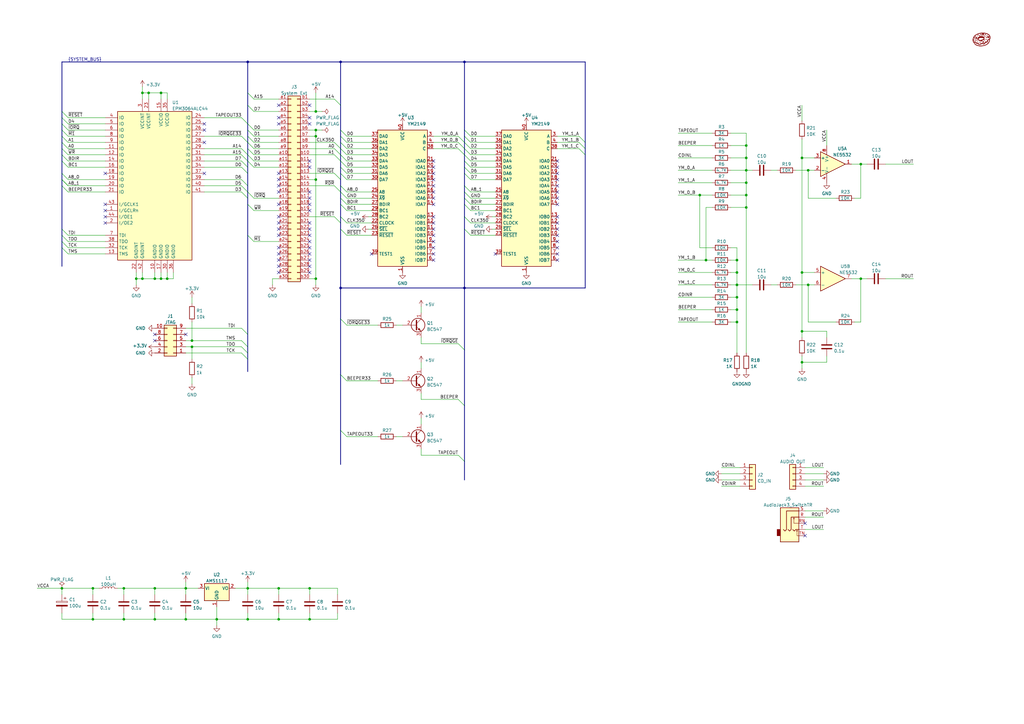
<source format=kicad_sch>
(kicad_sch (version 20211123) (generator eeschema)
  (paper "A3")
  (title_block (title "TurboSound Extension Card EPM3032") (date "2022-10-21") (rev "0.9") (company "ponchick") (comment 1 "Original schematic and firmware by MikhaelK") (comment 2 "https://bitbucket.org/MikhaelK/double_ay_epm3032/src/master/"))
  (bus_alias "SYSTEM_BUS" (members "D[0..7]" "A13" "A15" "~{IORQ}" "~{WR}" "~{M1}" "~{RESET}" "CLK350" "A0" "A1" "~{IORQGE33}" "~{RDR}" "TDI" "TDO" "TCK" "TMS" "BEEPER" "TAPEOUT" "A14" "IOGE_C" "YM_0_A" "YM_0_B" "YM_0_C" "YM_1_A" "YM_1_B" "YM_1_C" "BC1" "BDIR" "A8_0" "A8_1" "BEEPER33" "TAPEOUT33" "~{IORQGE}"))
  (junction (at 129.54 73.66))
  (junction (at 139.7 118.11))
  (junction (at 302.26 116.84))
  (junction (at 331.47 69.85))
  (junction (at 88.9 254))
  (junction (at 306.07 59.69))
  (junction (at 68.58 114.3))
  (junction (at 129.54 114.3))
  (junction (at 302.26 121.92))
  (junction (at 101.6 25.4))
  (junction (at 55.88 114.3))
  (junction (at 287.02 80.01))
  (junction (at 328.93 111.76))
  (junction (at 139.7 25.4))
  (junction (at 63.5 114.3))
  (junction (at 127 254))
  (junction (at 353.06 67.31))
  (junction (at 331.47 116.84))
  (junction (at 38.1 254))
  (junction (at 58.42 114.3))
  (junction (at 114.3 254))
  (junction (at 25.4 241.3))
  (junction (at 50.8 254))
  (junction (at 190.5 118.11))
  (junction (at 76.2 241.3))
  (junction (at 58.42 38.1))
  (junction (at 101.6 241.3))
  (junction (at 289.56 106.68))
  (junction (at 306.07 85.09))
  (junction (at 306.07 80.01))
  (junction (at 302.26 127))
  (junction (at 129.54 53.34))
  (junction (at 78.74 139.7))
  (junction (at 127 241.3))
  (junction (at 328.93 64.77))
  (junction (at 60.96 38.1))
  (junction (at 302.26 111.76))
  (junction (at 190.5 25.4))
  (junction (at 306.07 64.77))
  (junction (at 63.5 254))
  (junction (at 114.3 241.3))
  (junction (at 129.54 45.72))
  (junction (at 78.74 142.24))
  (junction (at 306.07 74.93))
  (junction (at 302.26 132.08))
  (junction (at 328.93 148.59))
  (junction (at 101.6 254))
  (junction (at 76.2 254))
  (junction (at 353.06 114.3))
  (junction (at 328.93 135.89))
  (junction (at 302.26 106.68))
  (junction (at 129.54 55.88))
  (junction (at 306.07 69.85))
  (junction (at 63.5 241.3))
  (junction (at 66.04 38.1))
  (junction (at 38.1 241.3))
  (junction (at 66.04 114.3))
  (junction (at 50.8 241.3))
  (no_connect (at 228.6 78.74))
  (no_connect (at 228.6 73.66))
  (no_connect (at 127 86.36))
  (no_connect (at 63.5 137.16))
  (no_connect (at 228.6 93.98))
  (no_connect (at 228.6 91.44))
  (no_connect (at 228.6 66.04))
  (no_connect (at 114.3 50.8))
  (no_connect (at 83.82 50.8))
  (no_connect (at 177.8 81.28))
  (no_connect (at 127 81.28))
  (no_connect (at 177.8 91.44))
  (no_connect (at 127 43.18))
  (no_connect (at 228.6 68.58))
  (no_connect (at 114.3 43.18))
  (no_connect (at 228.6 104.14))
  (no_connect (at 127 83.82))
  (no_connect (at 114.3 96.52))
  (no_connect (at 177.8 101.6))
  (no_connect (at 43.18 91.44))
  (no_connect (at 43.18 86.36))
  (no_connect (at 43.18 88.9))
  (no_connect (at 228.6 88.9))
  (no_connect (at 83.82 71.12))
  (no_connect (at 83.82 53.34))
  (no_connect (at 83.82 58.42))
  (no_connect (at 177.8 93.98))
  (no_connect (at 177.8 66.04))
  (no_connect (at 127 109.22))
  (no_connect (at 127 93.98))
  (no_connect (at 127 91.44))
  (no_connect (at 127 96.52))
  (no_connect (at 127 99.06))
  (no_connect (at 127 101.6))
  (no_connect (at 127 104.14))
  (no_connect (at 127 106.68))
  (no_connect (at 114.3 109.22))
  (no_connect (at 228.6 81.28))
  (no_connect (at 76.2 137.16))
  (no_connect (at 127 78.74))
  (no_connect (at 114.3 73.66))
  (no_connect (at 114.3 71.12))
  (no_connect (at 114.3 76.2))
  (no_connect (at 114.3 78.74))
  (no_connect (at 114.3 88.9))
  (no_connect (at 177.8 68.58))
  (no_connect (at 114.3 91.44))
  (no_connect (at 114.3 93.98))
  (no_connect (at 114.3 83.82))
  (no_connect (at 228.6 106.68))
  (no_connect (at 177.8 96.52))
  (no_connect (at 177.8 104.14))
  (no_connect (at 114.3 48.26))
  (no_connect (at 152.4 104.14))
  (no_connect (at 203.2 104.14))
  (no_connect (at 127 111.76))
  (no_connect (at 177.8 106.68))
  (no_connect (at 127 50.8))
  (no_connect (at 228.6 101.6))
  (no_connect (at 330.2 214.63))
  (no_connect (at 330.2 219.71))
  (no_connect (at 228.6 96.52))
  (no_connect (at 177.8 99.06))
  (no_connect (at 114.3 106.68))
  (no_connect (at 114.3 101.6))
  (no_connect (at 114.3 104.14))
  (no_connect (at 43.18 71.12))
  (no_connect (at 43.18 83.82))
  (no_connect (at 177.8 71.12))
  (no_connect (at 228.6 76.2))
  (no_connect (at 177.8 88.9))
  (no_connect (at 177.8 76.2))
  (no_connect (at 127 48.26))
  (no_connect (at 177.8 83.82))
  (no_connect (at 63.5 139.7))
  (no_connect (at 127 68.58))
  (no_connect (at 127 66.04))
  (no_connect (at 177.8 73.66))
  (no_connect (at 228.6 71.12))
  (no_connect (at 114.3 111.76))
  (no_connect (at 228.6 83.82))
  (no_connect (at 177.8 78.74))
  (no_connect (at 228.6 99.06))
  (bus_entry (at 193.04 91.44) (size -2.54 -2.54))
  (bus_entry (at 25.4 48.26) (size 2.54 2.54))
  (bus_entry (at 193.04 58.42) (size -2.54 -2.54))
  (bus_entry (at 193.04 83.82) (size -2.54 -2.54))
  (bus_entry (at 101.6 38.1) (size 2.54 2.54))
  (bus_entry (at 101.6 78.74) (size -2.54 -2.54))
  (bus_entry (at 139.7 81.28) (size 2.54 2.54))
  (bus_entry (at 193.04 55.88) (size -2.54 -2.54))
  (bus_entry (at 193.04 96.52) (size -2.54 -2.54))
  (bus_entry (at 139.7 153.67) (size 2.54 2.54))
  (bus_entry (at 25.4 45.72) (size 2.54 2.54))
  (bus_entry (at 137.16 60.96) (size 2.54 2.54))
  (bus_entry (at 25.4 71.12) (size 2.54 2.54))
  (bus_entry (at 142.24 66.04) (size -2.54 -2.54))
  (bus_entry (at 101.6 83.82) (size 2.54 2.54))
  (bus_entry (at 101.6 81.28) (size -2.54 -2.54))
  (bus_entry (at 187.96 186.69) (size 2.54 2.54))
  (bus_entry (at 25.4 73.66) (size 2.54 2.54))
  (bus_entry (at 101.6 142.24) (size -2.54 -2.54))
  (bus_entry (at 25.4 63.5) (size 2.54 2.54))
  (bus_entry (at 137.16 71.12) (size 2.54 2.54))
  (bus_entry (at 187.96 55.88) (size 2.54 2.54))
  (bus_entry (at 25.4 60.96) (size 2.54 2.54))
  (bus_entry (at 101.6 58.42) (size -2.54 -2.54))
  (bus_entry (at 101.6 76.2) (size -2.54 -2.54))
  (bus_entry (at 25.4 99.06) (size 2.54 2.54))
  (bus_entry (at 137.16 63.5) (size 2.54 2.54))
  (bus_entry (at 187.96 140.97) (size 2.54 2.54))
  (bus_entry (at 137.16 58.42) (size 2.54 2.54))
  (bus_entry (at 139.7 130.81) (size 2.54 2.54))
  (bus_entry (at 101.6 66.04) (size -2.54 -2.54))
  (bus_entry (at 25.4 66.04) (size 2.54 2.54))
  (bus_entry (at 101.6 60.96) (size 2.54 2.54))
  (bus_entry (at 101.6 63.5) (size -2.54 -2.54))
  (bus_entry (at 101.6 78.74) (size 2.54 2.54))
  (bus_entry (at 193.04 60.96) (size -2.54 -2.54))
  (bus_entry (at 25.4 55.88) (size 2.54 2.54))
  (bus_entry (at 25.4 73.66) (size 2.54 2.54))
  (bus_entry (at 142.24 58.42) (size -2.54 -2.54))
  (bus_entry (at 139.7 43.18) (size -2.54 -2.54))
  (bus_entry (at 139.7 176.53) (size 2.54 2.54))
  (bus_entry (at 139.7 83.82) (size 2.54 2.54))
  (bus_entry (at 25.4 58.42) (size 2.54 2.54))
  (bus_entry (at 237.49 55.88) (size 2.54 2.54))
  (bus_entry (at 101.6 147.32) (size -2.54 -2.54))
  (bus_entry (at 237.49 58.42) (size 2.54 2.54))
  (bus_entry (at 101.6 68.58) (size -2.54 -2.54))
  (bus_entry (at 142.24 60.96) (size -2.54 -2.54))
  (bus_entry (at 101.6 50.8) (size 2.54 2.54))
  (bus_entry (at 187.96 60.96) (size 2.54 2.54))
  (bus_entry (at 193.04 73.66) (size -2.54 -2.54))
  (bus_entry (at 101.6 144.78) (size -2.54 -2.54))
  (bus_entry (at 193.04 86.36) (size -2.54 -2.54))
  (bus_entry (at 139.7 78.74) (size 2.54 2.54))
  (bus_entry (at 193.04 81.28) (size -2.54 -2.54))
  (bus_entry (at 25.4 76.2) (size 2.54 2.54))
  (bus_entry (at 237.49 60.96) (size 2.54 2.54))
  (bus_entry (at 25.4 50.8) (size 2.54 2.54))
  (bus_entry (at 25.4 96.52) (size 2.54 2.54))
  (bus_entry (at 101.6 71.12) (size -2.54 -2.54))
  (bus_entry (at 101.6 66.04) (size 2.54 2.54))
  (bus_entry (at 101.6 63.5) (size 2.54 2.54))
  (bus_entry (at 101.6 58.42) (size 2.54 2.54))
  (bus_entry (at 142.24 68.58) (size -2.54 -2.54))
  (bus_entry (at 142.24 63.5) (size -2.54 -2.54))
  (bus_entry (at 193.04 63.5) (size -2.54 -2.54))
  (bus_entry (at 101.6 137.16) (size -2.54 -2.54))
  (bus_entry (at 101.6 43.18) (size 2.54 2.54))
  (bus_entry (at 101.6 50.8) (size -2.54 -2.54))
  (bus_entry (at 139.7 76.2) (size 2.54 2.54))
  (bus_entry (at 25.4 93.98) (size 2.54 2.54))
  (bus_entry (at 137.16 76.2) (size 2.54 2.54))
  (bus_entry (at 101.6 96.52) (size 2.54 2.54))
  (bus_entry (at 25.4 101.6) (size 2.54 2.54))
  (bus_entry (at 101.6 53.34) (size 2.54 2.54))
  (bus_entry (at 193.04 78.74) (size -2.54 -2.54))
  (bus_entry (at 193.04 66.04) (size -2.54 -2.54))
  (bus_entry (at 142.24 55.88) (size -2.54 -2.54))
  (bus_entry (at 137.16 88.9) (size 2.54 2.54))
  (bus_entry (at 25.4 53.34) (size 2.54 2.54))
  (bus_entry (at 193.04 71.12) (size -2.54 -2.54))
  (bus_entry (at 142.24 71.12) (size -2.54 -2.54))
  (bus_entry (at 139.7 93.98) (size 2.54 2.54))
  (bus_entry (at 101.6 55.88) (size 2.54 2.54))
  (bus_entry (at 187.96 163.83) (size 2.54 2.54))
  (bus_entry (at 193.04 68.58) (size -2.54 -2.54))
  (bus_entry (at 142.24 73.66) (size -2.54 -2.54))
  (bus_entry (at 187.96 58.42) (size 2.54 2.54))
  (bus_entry (at 139.7 88.9) (size 2.54 2.54))
  (wire (pts (xy 71.12 111.76) (xy 71.12 114.3)))
  (wire (pts (xy 299.72 132.08) (xy 302.26 132.08)))
  (wire (pts (xy 326.39 69.85) (xy 331.47 69.85)))
  (bus (pts (xy 25.4 101.6) (xy 25.4 109.22)))
  (wire (pts (xy 50.8 254) (xy 50.8 251.46)))
  (bus (pts (xy 101.6 60.96) (xy 101.6 63.5)))
  (wire (pts (xy 193.04 96.52) (xy 203.2 96.52)))
  (wire (pts (xy 27.94 76.2) (xy 43.18 76.2)))
  (bus (pts (xy 139.7 25.4) (xy 139.7 43.18)))
  (wire (pts (xy 63.5 114.3) (xy 58.42 114.3)))
  (bus (pts (xy 190.5 93.98) (xy 190.5 118.11)))
  (bus (pts (xy 101.6 147.32) (xy 101.6 152.4)))
  (wire (pts (xy 302.26 106.68) (xy 302.26 111.76)))
  (bus (pts (xy 190.5 83.82) (xy 190.5 88.9)))
  (wire (pts (xy 78.74 157.48) (xy 78.74 154.94)))
  (bus (pts (xy 25.4 76.2) (xy 25.4 93.98)))
  (bus (pts (xy 101.6 63.5) (xy 101.6 66.04)))
  (wire (pts (xy 228.6 60.96) (xy 237.49 60.96)))
  (wire (pts (xy 27.94 66.04) (xy 43.18 66.04)))
  (wire (pts (xy 353.06 132.08) (xy 353.06 114.3)))
  (bus (pts (xy 190.5 189.23) (xy 190.5 196.85)))
  (wire (pts (xy 142.24 96.52) (xy 152.4 96.52)))
  (wire (pts (xy 101.6 254) (xy 88.9 254)))
  (wire (pts (xy 99.06 63.5) (xy 83.82 63.5)))
  (bus (pts (xy 101.6 144.78) (xy 101.6 147.32)))
  (wire (pts (xy 287.02 80.01) (xy 278.13 80.01)))
  (wire (pts (xy 129.54 53.34) (xy 129.54 55.88)))
  (wire (pts (xy 68.58 40.64) (xy 68.58 38.1)))
  (bus (pts (xy 25.4 53.34) (xy 25.4 50.8)))
  (wire (pts (xy 193.04 78.74) (xy 203.2 78.74)))
  (wire (pts (xy 303.53 191.77) (xy 295.91 191.77)))
  (wire (pts (xy 114.3 241.3) (xy 127 241.3)))
  (wire (pts (xy 330.2 191.77) (xy 337.82 191.77)))
  (wire (pts (xy 142.24 83.82) (xy 152.4 83.82)))
  (wire (pts (xy 278.13 54.61) (xy 292.1 54.61)))
  (wire (pts (xy 328.93 111.76) (xy 328.93 64.77)))
  (wire (pts (xy 25.4 241.3) (xy 25.4 243.84)))
  (wire (pts (xy 142.24 133.35) (xy 154.94 133.35)))
  (wire (pts (xy 299.72 121.92) (xy 302.26 121.92)))
  (wire (pts (xy 114.3 241.3) (xy 114.3 243.84)))
  (wire (pts (xy 172.72 138.43) (xy 172.72 140.97)))
  (bus (pts (xy 190.5 68.58) (xy 190.5 71.12)))
  (bus (pts (xy 101.6 76.2) (xy 101.6 78.74)))
  (wire (pts (xy 287.02 101.6) (xy 287.02 80.01)))
  (wire (pts (xy 63.5 254) (xy 63.5 251.46)))
  (wire (pts (xy 129.54 38.1) (xy 129.54 45.72)))
  (bus (pts (xy 190.5 78.74) (xy 190.5 81.28)))
  (wire (pts (xy 101.6 254) (xy 114.3 254)))
  (wire (pts (xy 114.3 63.5) (xy 104.14 63.5)))
  (wire (pts (xy 228.6 58.42) (xy 237.49 58.42)))
  (wire (pts (xy 193.04 81.28) (xy 203.2 81.28)))
  (wire (pts (xy 193.04 68.58) (xy 203.2 68.58)))
  (wire (pts (xy 142.24 156.21) (xy 154.94 156.21)))
  (wire (pts (xy 299.72 80.01) (xy 306.07 80.01)))
  (wire (pts (xy 306.07 69.85) (xy 306.07 64.77)))
  (bus (pts (xy 139.7 71.12) (xy 139.7 73.66)))
  (bus (pts (xy 240.03 60.96) (xy 240.03 63.5)))
  (wire (pts (xy 127 241.3) (xy 138.43 241.3)))
  (wire (pts (xy 99.06 68.58) (xy 83.82 68.58)))
  (wire (pts (xy 99.06 134.62) (xy 76.2 134.62)))
  (wire (pts (xy 127 114.3) (xy 129.54 114.3)))
  (wire (pts (xy 328.93 146.05) (xy 328.93 148.59)))
  (wire (pts (xy 278.13 121.92) (xy 292.1 121.92)))
  (bus (pts (xy 101.6 58.42) (xy 101.6 60.96)))
  (bus (pts (xy 139.7 25.4) (xy 190.5 25.4)))
  (wire (pts (xy 78.74 121.92) (xy 78.74 124.46)))
  (wire (pts (xy 339.09 53.34) (xy 339.09 59.69)))
  (wire (pts (xy 299.72 127) (xy 302.26 127)))
  (wire (pts (xy 306.07 74.93) (xy 306.07 80.01)))
  (wire (pts (xy 172.72 140.97) (xy 187.96 140.97)))
  (bus (pts (xy 139.7 66.04) (xy 139.7 68.58)))
  (wire (pts (xy 114.3 254) (xy 127 254)))
  (wire (pts (xy 142.24 81.28) (xy 152.4 81.28)))
  (bus (pts (xy 25.4 60.96) (xy 25.4 58.42)))
  (bus (pts (xy 25.4 93.98) (xy 25.4 96.52)))
  (bus (pts (xy 139.7 81.28) (xy 139.7 83.82)))
  (wire (pts (xy 78.74 142.24) (xy 78.74 147.32)))
  (wire (pts (xy 111.76 114.3) (xy 111.76 116.84)))
  (wire (pts (xy 99.06 144.78) (xy 76.2 144.78)))
  (wire (pts (xy 337.82 209.55) (xy 330.2 209.55)))
  (wire (pts (xy 316.23 116.84) (xy 318.77 116.84)))
  (wire (pts (xy 299.72 64.77) (xy 306.07 64.77)))
  (wire (pts (xy 177.8 58.42) (xy 187.96 58.42)))
  (wire (pts (xy 331.47 81.28) (xy 331.47 69.85)))
  (bus (pts (xy 190.5 81.28) (xy 190.5 83.82)))
  (wire (pts (xy 132.08 45.72) (xy 129.54 45.72)))
  (bus (pts (xy 139.7 43.18) (xy 139.7 53.34)))
  (bus (pts (xy 139.7 83.82) (xy 139.7 88.9)))
  (wire (pts (xy 127 63.5) (xy 137.16 63.5)))
  (bus (pts (xy 240.03 58.42) (xy 240.03 60.96)))
  (bus (pts (xy 240.03 25.4) (xy 240.03 58.42)))
  (wire (pts (xy 127 55.88) (xy 129.54 55.88)))
  (wire (pts (xy 27.94 50.8) (xy 43.18 50.8)))
  (wire (pts (xy 27.94 101.6) (xy 43.18 101.6)))
  (wire (pts (xy 27.94 60.96) (xy 43.18 60.96)))
  (wire (pts (xy 58.42 114.3) (xy 55.88 114.3)))
  (bus (pts (xy 139.7 68.58) (xy 139.7 71.12)))
  (wire (pts (xy 201.93 93.98) (xy 203.2 93.98)))
  (bus (pts (xy 101.6 38.1) (xy 101.6 43.18)))
  (wire (pts (xy 127 73.66) (xy 129.54 73.66)))
  (wire (pts (xy 278.13 64.77) (xy 292.1 64.77)))
  (wire (pts (xy 278.13 111.76) (xy 292.1 111.76)))
  (wire (pts (xy 60.96 38.1) (xy 58.42 38.1)))
  (bus (pts (xy 101.6 137.16) (xy 101.6 142.24)))
  (bus (pts (xy 190.5 25.4) (xy 240.03 25.4)))
  (bus (pts (xy 139.7 63.5) (xy 139.7 66.04)))
  (wire (pts (xy 172.72 184.15) (xy 172.72 186.69)))
  (wire (pts (xy 278.13 127) (xy 292.1 127)))
  (wire (pts (xy 302.26 116.84) (xy 308.61 116.84)))
  (wire (pts (xy 328.93 135.89) (xy 328.93 138.43)))
  (wire (pts (xy 27.94 99.06) (xy 43.18 99.06)))
  (wire (pts (xy 328.93 111.76) (xy 328.93 135.89)))
  (wire (pts (xy 337.82 194.31) (xy 330.2 194.31)))
  (wire (pts (xy 350.52 132.08) (xy 353.06 132.08)))
  (bus (pts (xy 240.03 63.5) (xy 240.03 118.11)))
  (wire (pts (xy 299.72 69.85) (xy 306.07 69.85)))
  (wire (pts (xy 50.8 241.3) (xy 63.5 241.3)))
  (bus (pts (xy 190.5 166.37) (xy 190.5 189.23)))
  (wire (pts (xy 63.5 241.3) (xy 63.5 243.84)))
  (wire (pts (xy 127 60.96) (xy 137.16 60.96)))
  (wire (pts (xy 27.94 55.88) (xy 43.18 55.88)))
  (bus (pts (xy 25.4 66.04) (xy 25.4 71.12)))
  (wire (pts (xy 353.06 81.28) (xy 353.06 67.31)))
  (wire (pts (xy 78.74 142.24) (xy 76.2 142.24)))
  (bus (pts (xy 139.7 153.67) (xy 139.7 176.53)))
  (wire (pts (xy 193.04 71.12) (xy 203.2 71.12)))
  (wire (pts (xy 299.72 59.69) (xy 306.07 59.69)))
  (wire (pts (xy 142.24 91.44) (xy 152.4 91.44)))
  (wire (pts (xy 50.8 254) (xy 63.5 254)))
  (wire (pts (xy 142.24 73.66) (xy 152.4 73.66)))
  (wire (pts (xy 177.8 60.96) (xy 187.96 60.96)))
  (wire (pts (xy 27.94 78.74) (xy 43.18 78.74)))
  (wire (pts (xy 299.72 106.68) (xy 302.26 106.68)))
  (wire (pts (xy 316.23 69.85) (xy 318.77 69.85)))
  (wire (pts (xy 66.04 111.76) (xy 66.04 114.3)))
  (wire (pts (xy 129.54 114.3) (xy 129.54 116.84)))
  (wire (pts (xy 99.06 139.7) (xy 78.74 139.7)))
  (wire (pts (xy 172.72 163.83) (xy 187.96 163.83)))
  (wire (pts (xy 162.56 156.21) (xy 165.1 156.21)))
  (wire (pts (xy 127 76.2) (xy 137.16 76.2)))
  (wire (pts (xy 66.04 114.3) (xy 63.5 114.3)))
  (wire (pts (xy 27.94 53.34) (xy 43.18 53.34)))
  (wire (pts (xy 172.72 161.29) (xy 172.72 163.83)))
  (bus (pts (xy 25.4 45.72) (xy 25.4 25.4)))
  (bus (pts (xy 139.7 55.88) (xy 139.7 58.42)))
  (wire (pts (xy 114.3 53.34) (xy 104.14 53.34)))
  (wire (pts (xy 151.13 93.98) (xy 152.4 93.98)))
  (wire (pts (xy 114.3 81.28) (xy 104.14 81.28)))
  (wire (pts (xy 299.72 111.76) (xy 302.26 111.76)))
  (bus (pts (xy 101.6 81.28) (xy 101.6 83.82)))
  (wire (pts (xy 330.2 199.39) (xy 337.82 199.39)))
  (wire (pts (xy 78.74 139.7) (xy 76.2 139.7)))
  (bus (pts (xy 190.5 76.2) (xy 190.5 78.74)))
  (wire (pts (xy 337.82 196.85) (xy 330.2 196.85)))
  (wire (pts (xy 331.47 132.08) (xy 342.9 132.08)))
  (wire (pts (xy 278.13 116.84) (xy 292.1 116.84)))
  (bus (pts (xy 139.7 118.11) (xy 190.5 118.11)))
  (wire (pts (xy 99.06 55.88) (xy 83.82 55.88)))
  (wire (pts (xy 326.39 116.84) (xy 331.47 116.84)))
  (wire (pts (xy 331.47 81.28) (xy 342.9 81.28)))
  (wire (pts (xy 299.72 85.09) (xy 306.07 85.09)))
  (bus (pts (xy 25.4 73.66) (xy 25.4 71.12)))
  (wire (pts (xy 328.93 64.77) (xy 334.01 64.77)))
  (bus (pts (xy 139.7 76.2) (xy 139.7 78.74)))
  (wire (pts (xy 63.5 241.3) (xy 76.2 241.3)))
  (wire (pts (xy 99.06 78.74) (xy 83.82 78.74)))
  (wire (pts (xy 278.13 132.08) (xy 292.1 132.08)))
  (wire (pts (xy 334.01 69.85) (xy 331.47 69.85)))
  (wire (pts (xy 114.3 55.88) (xy 104.14 55.88)))
  (wire (pts (xy 38.1 241.3) (xy 40.64 241.3)))
  (wire (pts (xy 228.6 55.88) (xy 237.49 55.88)))
  (wire (pts (xy 151.13 88.9) (xy 152.4 88.9)))
  (wire (pts (xy 27.94 73.66) (xy 43.18 73.66)))
  (wire (pts (xy 99.06 142.24) (xy 78.74 142.24)))
  (wire (pts (xy 172.72 171.45) (xy 172.72 173.99)))
  (wire (pts (xy 27.94 48.26) (xy 43.18 48.26)))
  (wire (pts (xy 350.52 81.28) (xy 353.06 81.28)))
  (wire (pts (xy 142.24 58.42) (xy 152.4 58.42)))
  (bus (pts (xy 25.4 96.52) (xy 25.4 99.06)))
  (wire (pts (xy 78.74 132.08) (xy 78.74 139.7)))
  (wire (pts (xy 142.24 60.96) (xy 152.4 60.96)))
  (bus (pts (xy 139.7 58.42) (xy 139.7 60.96)))
  (wire (pts (xy 363.22 67.31) (xy 374.65 67.31)))
  (wire (pts (xy 114.3 66.04) (xy 104.14 66.04)))
  (wire (pts (xy 114.3 68.58) (xy 104.14 68.58)))
  (wire (pts (xy 142.24 71.12) (xy 152.4 71.12)))
  (wire (pts (xy 101.6 251.46) (xy 101.6 254)))
  (bus (pts (xy 190.5 60.96) (xy 190.5 63.5)))
  (wire (pts (xy 38.1 254) (xy 50.8 254)))
  (wire (pts (xy 193.04 73.66) (xy 203.2 73.66)))
  (bus (pts (xy 190.5 71.12) (xy 190.5 76.2)))
  (wire (pts (xy 58.42 38.1) (xy 58.42 40.64)))
  (wire (pts (xy 101.6 241.3) (xy 114.3 241.3)))
  (wire (pts (xy 114.3 58.42) (xy 104.14 58.42)))
  (wire (pts (xy 71.12 114.3) (xy 68.58 114.3)))
  (wire (pts (xy 76.2 254) (xy 88.9 254)))
  (wire (pts (xy 142.24 86.36) (xy 152.4 86.36)))
  (bus (pts (xy 190.5 58.42) (xy 190.5 60.96)))
  (wire (pts (xy 278.13 106.68) (xy 289.56 106.68)))
  (wire (pts (xy 328.93 43.18) (xy 328.93 49.53)))
  (bus (pts (xy 25.4 50.8) (xy 25.4 48.26)))
  (wire (pts (xy 193.04 58.42) (xy 203.2 58.42)))
  (bus (pts (xy 25.4 55.88) (xy 25.4 53.34)))
  (wire (pts (xy 302.26 116.84) (xy 302.26 121.92)))
  (wire (pts (xy 60.96 38.1) (xy 60.96 40.64)))
  (bus (pts (xy 139.7 130.81) (xy 139.7 153.67)))
  (bus (pts (xy 101.6 55.88) (xy 101.6 58.42)))
  (bus (pts (xy 139.7 73.66) (xy 139.7 76.2)))
  (wire (pts (xy 193.04 91.44) (xy 203.2 91.44)))
  (wire (pts (xy 339.09 135.89) (xy 339.09 138.43)))
  (wire (pts (xy 193.04 66.04) (xy 203.2 66.04)))
  (wire (pts (xy 68.58 111.76) (xy 68.58 114.3)))
  (bus (pts (xy 139.7 88.9) (xy 139.7 91.44)))
  (wire (pts (xy 127 40.64) (xy 137.16 40.64)))
  (wire (pts (xy 142.24 55.88) (xy 152.4 55.88)))
  (wire (pts (xy 101.6 243.84) (xy 101.6 241.3)))
  (wire (pts (xy 38.1 241.3) (xy 38.1 243.84)))
  (wire (pts (xy 302.26 111.76) (xy 302.26 116.84)))
  (wire (pts (xy 306.07 69.85) (xy 306.07 74.93)))
  (wire (pts (xy 138.43 254) (xy 138.43 251.46)))
  (wire (pts (xy 193.04 55.88) (xy 203.2 55.88)))
  (wire (pts (xy 76.2 251.46) (xy 76.2 254)))
  (wire (pts (xy 15.24 241.3) (xy 25.4 241.3)))
  (wire (pts (xy 172.72 186.69) (xy 187.96 186.69)))
  (wire (pts (xy 328.93 135.89) (xy 339.09 135.89)))
  (wire (pts (xy 353.06 114.3) (xy 355.6 114.3)))
  (wire (pts (xy 114.3 86.36) (xy 104.14 86.36)))
  (wire (pts (xy 299.72 74.93) (xy 306.07 74.93)))
  (wire (pts (xy 302.26 121.92) (xy 302.26 127)))
  (bus (pts (xy 25.4 48.26) (xy 25.4 45.72)))
  (wire (pts (xy 201.93 88.9) (xy 203.2 88.9)))
  (bus (pts (xy 25.4 25.4) (xy 101.6 25.4)))
  (bus (pts (xy 101.6 78.74) (xy 101.6 81.28)))
  (wire (pts (xy 27.94 104.14) (xy 43.18 104.14)))
  (wire (pts (xy 101.6 241.3) (xy 96.52 241.3)))
  (wire (pts (xy 99.06 60.96) (xy 83.82 60.96)))
  (wire (pts (xy 66.04 38.1) (xy 60.96 38.1)))
  (bus (pts (xy 139.7 176.53) (xy 139.7 190.5)))
  (bus (pts (xy 101.6 50.8) (xy 101.6 53.34)))
  (bus (pts (xy 190.5 118.11) (xy 240.03 118.11)))
  (wire (pts (xy 328.93 151.13) (xy 328.93 148.59)))
  (wire (pts (xy 27.94 68.58) (xy 43.18 68.58)))
  (bus (pts (xy 101.6 25.4) (xy 139.7 25.4)))
  (bus (pts (xy 190.5 53.34) (xy 190.5 55.88)))
  (bus (pts (xy 101.6 71.12) (xy 101.6 76.2)))
  (wire (pts (xy 193.04 83.82) (xy 203.2 83.82)))
  (wire (pts (xy 114.3 40.64) (xy 104.14 40.64)))
  (bus (pts (xy 190.5 63.5) (xy 190.5 66.04)))
  (wire (pts (xy 162.56 133.35) (xy 165.1 133.35)))
  (wire (pts (xy 349.25 67.31) (xy 353.06 67.31)))
  (wire (pts (xy 114.3 254) (xy 114.3 251.46)))
  (wire (pts (xy 127 45.72) (xy 129.54 45.72)))
  (bus (pts (xy 190.5 118.11) (xy 190.5 143.51)))
  (wire (pts (xy 306.07 80.01) (xy 306.07 85.09)))
  (wire (pts (xy 193.04 63.5) (xy 203.2 63.5)))
  (bus (pts (xy 101.6 25.4) (xy 101.6 38.1)))
  (bus (pts (xy 190.5 25.4) (xy 190.5 53.34)))
  (bus (pts (xy 25.4 63.5) (xy 25.4 60.96)))
  (wire (pts (xy 76.2 238.76) (xy 76.2 241.3)))
  (wire (pts (xy 132.08 53.34) (xy 129.54 53.34)))
  (wire (pts (xy 299.72 54.61) (xy 306.07 54.61)))
  (wire (pts (xy 127 241.3) (xy 127 243.84)))
  (bus (pts (xy 25.4 76.2) (xy 25.4 73.66)))
  (bus (pts (xy 139.7 93.98) (xy 139.7 118.11)))
  (wire (pts (xy 58.42 111.76) (xy 58.42 114.3)))
  (wire (pts (xy 193.04 86.36) (xy 203.2 86.36)))
  (bus (pts (xy 101.6 96.52) (xy 101.6 137.16)))
  (wire (pts (xy 129.54 73.66) (xy 129.54 114.3)))
  (wire (pts (xy 129.54 55.88) (xy 129.54 73.66)))
  (wire (pts (xy 25.4 241.3) (xy 38.1 241.3)))
  (bus (pts (xy 101.6 83.82) (xy 101.6 96.52)))
  (wire (pts (xy 349.25 114.3) (xy 353.06 114.3)))
  (wire (pts (xy 127 71.12) (xy 137.16 71.12)))
  (wire (pts (xy 353.06 67.31) (xy 355.6 67.31)))
  (wire (pts (xy 99.06 48.26) (xy 83.82 48.26)))
  (wire (pts (xy 292.1 101.6) (xy 287.02 101.6)))
  (wire (pts (xy 25.4 254) (xy 38.1 254)))
  (wire (pts (xy 303.53 199.39) (xy 295.91 199.39)))
  (wire (pts (xy 302.26 132.08) (xy 302.26 144.78)))
  (wire (pts (xy 331.47 132.08) (xy 331.47 116.84)))
  (wire (pts (xy 339.09 146.05) (xy 339.09 148.59)))
  (bus (pts (xy 25.4 99.06) (xy 25.4 101.6)))
  (wire (pts (xy 278.13 59.69) (xy 292.1 59.69)))
  (wire (pts (xy 289.56 85.09) (xy 292.1 85.09)))
  (wire (pts (xy 27.94 96.52) (xy 43.18 96.52)))
  (bus (pts (xy 101.6 68.58) (xy 101.6 71.12)))
  (wire (pts (xy 114.3 114.3) (xy 111.76 114.3)))
  (wire (pts (xy 27.94 63.5) (xy 43.18 63.5)))
  (wire (pts (xy 38.1 254) (xy 38.1 251.46)))
  (wire (pts (xy 306.07 69.85) (xy 308.61 69.85)))
  (wire (pts (xy 306.07 59.69) (xy 306.07 54.61)))
  (wire (pts (xy 193.04 60.96) (xy 203.2 60.96)))
  (wire (pts (xy 114.3 60.96) (xy 104.14 60.96)))
  (bus (pts (xy 190.5 55.88) (xy 190.5 58.42)))
  (bus (pts (xy 25.4 66.04) (xy 25.4 63.5)))
  (wire (pts (xy 287.02 80.01) (xy 292.1 80.01)))
  (bus (pts (xy 190.5 88.9) (xy 190.5 93.98)))
  (bus (pts (xy 25.4 58.42) (xy 25.4 55.88)))
  (wire (pts (xy 76.2 243.84) (xy 76.2 241.3)))
  (wire (pts (xy 48.26 241.3) (xy 50.8 241.3)))
  (wire (pts (xy 88.9 254) (xy 88.9 256.54)))
  (bus (pts (xy 139.7 53.34) (xy 139.7 55.88)))
  (wire (pts (xy 292.1 106.68) (xy 289.56 106.68)))
  (bus (pts (xy 139.7 118.11) (xy 139.7 130.81)))
  (wire (pts (xy 172.72 148.59) (xy 172.72 151.13)))
  (wire (pts (xy 127 88.9) (xy 137.16 88.9)))
  (wire (pts (xy 55.88 111.76) (xy 55.88 114.3)))
  (wire (pts (xy 99.06 66.04) (xy 83.82 66.04)))
  (bus (pts (xy 101.6 43.18) (xy 101.6 50.8)))
  (bus (pts (xy 190.5 66.04) (xy 190.5 68.58)))
  (wire (pts (xy 278.13 74.93) (xy 292.1 74.93)))
  (bus (pts (xy 101.6 66.04) (xy 101.6 68.58)))
  (wire (pts (xy 363.22 114.3) (xy 374.65 114.3)))
  (wire (pts (xy 334.01 116.84) (xy 331.47 116.84)))
  (wire (pts (xy 142.24 78.74) (xy 152.4 78.74)))
  (wire (pts (xy 328.93 148.59) (xy 339.09 148.59)))
  (wire (pts (xy 299.72 116.84) (xy 302.26 116.84)))
  (wire (pts (xy 138.43 241.3) (xy 138.43 243.84)))
  (wire (pts (xy 295.91 196.85) (xy 303.53 196.85)))
  (wire (pts (xy 50.8 241.3) (xy 50.8 243.84)))
  (bus (pts (xy 101.6 53.34) (xy 101.6 55.88)))
  (wire (pts (xy 172.72 125.73) (xy 172.72 128.27)))
  (bus (pts (xy 101.6 142.24) (xy 101.6 144.78)))
  (wire (pts (xy 162.56 179.07) (xy 165.1 179.07)))
  (wire (pts (xy 142.24 68.58) (xy 152.4 68.58)))
  (wire (pts (xy 68.58 38.1) (xy 66.04 38.1)))
  (bus (pts (xy 139.7 60.96) (xy 139.7 63.5)))
  (wire (pts (xy 25.4 251.46) (xy 25.4 254)))
  (wire (pts (xy 278.13 69.85) (xy 292.1 69.85)))
  (bus (pts (xy 139.7 91.44) (xy 139.7 93.98)))
  (wire (pts (xy 330.2 212.09) (xy 337.82 212.09)))
  (bus (pts (xy 139.7 78.74) (xy 139.7 81.28)))
  (wire (pts (xy 328.93 111.76) (xy 334.01 111.76)))
  (wire (pts (xy 101.6 238.76) (xy 101.6 241.3)))
  (wire (pts (xy 127 254) (xy 127 251.46)))
  (wire (pts (xy 63.5 254) (xy 76.2 254)))
  (wire (pts (xy 99.06 73.66) (xy 83.82 73.66)))
  (wire (pts (xy 76.2 241.3) (xy 81.28 241.3)))
  (wire (pts (xy 142.24 63.5) (xy 152.4 63.5)))
  (wire (pts (xy 66.04 38.1) (xy 66.04 40.64)))
  (wire (pts (xy 58.42 35.56) (xy 58.42 38.1)))
  (wire (pts (xy 127 254) (xy 138.43 254)))
  (wire (pts (xy 27.94 58.42) (xy 43.18 58.42)))
  (wire (pts (xy 142.24 66.04) (xy 152.4 66.04)))
  (wire (pts (xy 302.26 101.6) (xy 299.72 101.6)))
  (wire (pts (xy 330.2 217.17) (xy 337.82 217.17)))
  (wire (pts (xy 55.88 114.3) (xy 55.88 116.84)))
  (wire (pts (xy 295.91 194.31) (xy 303.53 194.31)))
  (wire (pts (xy 127 53.34) (xy 129.54 53.34)))
  (bus (pts (xy 190.5 143.51) (xy 190.5 166.37)))
  (wire (pts (xy 142.24 179.07) (xy 154.94 179.07)))
  (wire (pts (xy 302.26 127) (xy 302.26 132.08)))
  (wire (pts (xy 177.8 55.88) (xy 187.96 55.88)))
  (wire (pts (xy 88.9 248.92) (xy 88.9 254)))
  (wire (pts (xy 68.58 114.3) (xy 66.04 114.3)))
  (wire (pts (xy 127 58.42) (xy 137.16 58.42)))
  (wire (pts (xy 114.3 45.72) (xy 104.14 45.72)))
  (wire (pts (xy 99.06 76.2) (xy 83.82 76.2)))
  (wire (pts (xy 302.26 101.6) (xy 302.26 106.68)))
  (wire (pts (xy 289.56 85.09) (xy 289.56 106.68)))
  (wire (pts (xy 328.93 57.15) (xy 328.93 64.77)))
  (wire (pts (xy 114.3 99.06) (xy 104.14 99.06)))
  (wire (pts (xy 63.5 111.76) (xy 63.5 114.3)))
  (wire (pts (xy 306.07 85.09) (xy 306.07 144.78)))
  (wire (pts (xy 306.07 64.77) (xy 306.07 59.69)))
  (label "LOUT" (at 337.82 217.17 180))
  (label "D6" (at 99.06 73.66 180))
  (label "~{RESET}" (at 27.94 48.26 0))
  (label "TDO" (at 96.52 142.24 180))
  (label "~{M1}" (at 104.14 99.06 0))
  (label "CLK350" (at 142.24 91.44 0))
  (label "CLK350" (at 137.16 58.42 180))
  (label "D0" (at 193.04 55.88 0))
  (label "YM_1_C" (at 278.13 116.84 0))
  (label "D4" (at 27.94 50.8 0))
  (label "~{IORQ}" (at 27.94 53.34 0))
  (label "A1" (at 27.94 58.42 0))
  (label "D1" (at 104.14 55.88 0))
  (label "A15" (at 99.06 63.5 180))
  (label "BC1" (at 142.24 86.36 0))
  (label "TDI" (at 27.94 96.52 0))
  (label "~{WR}" (at 104.14 86.36 0))
  (label "CLK350" (at 193.04 91.44 0))
  (label "D2" (at 104.14 58.42 0))
  (label "~{RESET}" (at 142.24 96.52 0))
  (label "A8_1" (at 193.04 78.74 0))
  (label "A14" (at 137.16 40.64 180))
  (label "D6" (at 193.04 71.12 0))
  (label "D7" (at 104.14 45.72 0))
  (label "TCK" (at 96.52 144.78 180))
  (label "D0" (at 99.06 68.58 180))
  (label "~{IORQGE33}" (at 99.06 55.88 180))
  (label "BEEPER" (at 278.13 127 0))
  (label "BDIR" (at 193.04 83.82 0))
  (label "YM_0_C" (at 187.96 60.96 180))
  (label "BC1" (at 193.04 86.36 0))
  (label "D5" (at 99.06 76.2 180))
  (label "VCCA" (at 328.93 43.18 270))
  (label "A0" (at 137.16 60.96 180))
  (label "YM_1_A" (at 278.13 74.93 0))
  (label "YM_1_B" (at 237.49 58.42 180))
  (label "D3" (at 104.14 66.04 0))
  (label "D5" (at 104.14 63.5 0))
  (label "D4" (at 104.14 68.58 0))
  (label "D5" (at 142.24 68.58 0))
  (label "D5" (at 193.04 68.58 0))
  (label "TMS" (at 96.52 139.7 180))
  (label "D3" (at 99.06 78.74 180))
  (label "ROUT" (at 374.65 114.3 180))
  (label "D0" (at 104.14 53.34 0))
  (label "A15" (at 104.14 40.64 0))
  (label "~{WR}" (at 27.94 63.5 0))
  (label "LOUT" (at 374.65 67.31 180))
  (label "~{RDR}" (at 137.16 76.2 180))
  (label "~{M1}" (at 27.94 55.88 0))
  (label "YM_0_B" (at 278.13 80.01 0))
  (label "TDI" (at 96.52 134.62 180))
  (label "YM_0_A" (at 187.96 55.88 180))
  (label "D3" (at 142.24 63.5 0))
  (label "BEEPER33" (at 27.94 78.74 0))
  (label "YM_0_B" (at 187.96 58.42 180))
  (label "D7" (at 99.06 66.04 180))
  (label "GND" (at 193.04 81.28 0))
  (label "D0" (at 142.24 55.88 0))
  (label "D6" (at 142.24 71.12 0))
  (label "A8_0" (at 142.24 78.74 0))
  (label "D4" (at 142.24 66.04 0))
  (label "GND" (at 142.24 81.28 0))
  (label "~{IORQGE}" (at 187.96 140.97 180))
  (label "D4" (at 193.04 66.04 0))
  (label "A8_1" (at 27.94 76.2 0))
  (label "A0" (at 27.94 60.96 0))
  (label "D7" (at 142.24 73.66 0))
  (label "A8_0" (at 27.94 73.66 0))
  (label "TMS" (at 27.94 104.14 0))
  (label "BEEPER33" (at 142.24 156.21 0))
  (label "~{IORQGE}" (at 137.16 71.12 180))
  (label "D1" (at 142.24 58.42 0))
  (label "ROUT" (at 337.82 212.09 180))
  (label "YM_1_C" (at 237.49 60.96 180))
  (label "D3" (at 193.04 63.5 0))
  (label "TAPEOUT" (at 278.13 132.08 0))
  (label "TAPEOUT33" (at 99.06 48.26 180))
  (label "BEEPER" (at 187.96 163.83 180))
  (label "D6" (at 104.14 60.96 0))
  (label "BDIR" (at 27.94 66.04 0))
  (label "D7" (at 193.04 73.66 0))
  (label "{SYSTEM_BUS}" (at 27.94 25.4 0))
  (label "BDIR" (at 142.24 83.82 0))
  (label "CDINL" (at 278.13 64.77 0))
  (label "D2" (at 193.04 60.96 0))
  (label "D1" (at 193.04 58.42 0))
  (label "LOUT" (at 337.82 191.77 180))
  (label "D2" (at 142.24 60.96 0))
  (label "VCCA" (at 339.09 53.34 270))
  (label "BC1" (at 27.94 68.58 0))
  (label "~{IORQ}" (at 104.14 81.28 0))
  (label "~{RESET}" (at 193.04 96.52 0))
  (label "YM_0_C" (at 278.13 111.76 0))
  (label "ROUT" (at 337.82 199.39 180))
  (label "CDINR" (at 278.13 121.92 0))
  (label "TDO" (at 27.94 99.06 0))
  (label "YM_1_A" (at 237.49 55.88 180))
  (label "CDINR" (at 295.91 199.39 0))
  (label "A1" (at 137.16 63.5 180))
  (label "YM_0_A" (at 278.13 69.85 0))
  (label "~{RESET}" (at 137.16 88.9 180))
  (label "TAPEOUT33" (at 142.24 179.07 0))
  (label "VCCA" (at 15.24 241.3 0))
  (label "TAPEOUT" (at 187.96 186.69 180))
  (label "A14" (at 99.06 60.96 180))
  (label "TAPEOUT" (at 278.13 54.61 0))
  (label "TCK" (at 27.94 101.6 0))
  (label "CDINL" (at 295.91 191.77 0))
  (label "~{IORQGE33}" (at 142.24 133.35 0))
  (label "BEEPER" (at 278.13 59.69 0))
  (label "YM_1_B" (at 278.13 106.68 0))
  (symbol (lib_id "power:+5V") (at 172.72 148.59 0) (unit 1)
    (property "Reference" "#PWR028" (effects hide))
    (property "Value" "+5V" (at 174.117 147.7538 0) (effects (justify left)))
  )
  (symbol (lib_id "Device:R") (at 322.58 116.84 90) (unit 1)
    (property "Reference" "R20" (at 322.58 114.3 90))
    (property "Value" "10K" (at 322.58 116.84 90))
    (property "Footprint" "Resistor_THT:R_Axial_DIN0204_L3.6mm_D1.6mm_P7.62mm_Horizontal" (effects hide))
  )
  (symbol (lib_id "power:GND") (at 215.9 111.76 0) (unit 1)
    (property "Reference" "#PWR023" (effects hide))
    (property "Value" "GND" (at 215.9 116.2034 0))
  )
  (symbol (lib_id "power:GND") (at 337.82 209.55 90) (unit 1)
    (property "Reference" "#PWR019" (effects hide))
    (property "Value" "GND" (at 340.36 209.55 90) (effects (justify right)))
  )
  (symbol (lib_id "Device:C") (at 50.8 247.65 0) (unit 1)
    (property "Reference" "C3" (at 53.721 246.8153 0) (effects (justify left)))
    (property "Value" "0.1u" (at 53.721 249.3522 0) (effects (justify left)))
    (property "Footprint" "Capacitor_THT:C_Disc_D4.3mm_W1.9mm_P5.00mm" (effects hide))
    (property "Datasheet" "CL21B474KBFNNNE" (effects hide))
  )
  (symbol (lib_id "power:GND") (at 55.88 116.84 0) (unit 1)
    (property "Reference" "#PWR01" (effects hide))
    (property "Value" "GND" (at 55.88 121.2834 0))
  )
  (symbol (lib_id "TS:EPM3064ALC44") (at 63.5 76.2 0) (unit 1)
    (property "Reference" "U1" (at 70.5994 42.0202 0) (effects (justify left)))
    (property "Value" "EPM3064ALC44" (at 70.5994 44.5571 0) (effects (justify left)))
    (property "Footprint" "Package_LCC:PLCC-44_THT-Socket" (effects hide))
  )
  (symbol (lib_id "Device:R") (at 302.26 148.59 180) (unit 1)
    (property "Reference" "R17" (at 300.482 147.7553 0) (effects (justify left)))
    (property "Value" "1K" (at 300.482 150.2922 0) (effects (justify left)))
    (property "Footprint" "Resistor_THT:R_Axial_DIN0204_L3.6mm_D1.6mm_P7.62mm_Horizontal" (effects hide))
  )
  (symbol (lib_id "power:+3.3V") (at 78.74 121.92 0) (unit 1)
    (property "Reference" "#PWR07" (effects hide))
    (property "Value" "+3.3V" (at 78.74 118.3442 0))
  )
  (symbol (lib_id "Audio:YM2149") (at 165.1 81.28 0) (unit 1)
    (property "Reference" "U3" (at 167.1194 48.26 0) (effects (justify left)))
    (property "Value" "YM2149" (at 167.1194 50.8 0) (effects (justify left)))
    (property "Footprint" "Package_DIP:DIP-40_W15.24mm_Socket" (effects hide))
    (property "Datasheet" "http://www.ym2149.com/ym2149.pdf" (effects hide))
  )
  (symbol (lib_id "Device:C") (at 339.09 142.24 0) (unit 1)
    (property "Reference" "C12" (at 342.011 141.4053 0) (effects (justify left)))
    (property "Value" "0.1u" (at 342.011 143.9422 0) (effects (justify left)))
    (property "Footprint" "Capacitor_THT:C_Disc_D4.3mm_W1.9mm_P5.00mm" (effects hide))
    (property "Datasheet" "CL21B474KBFNNNE" (effects hide))
  )
  (symbol (lib_id "Device:C") (at 359.41 114.3 270) (unit 1)
    (property "Reference" "C14" (at 359.41 108.4412 90))
    (property "Value" "10u" (at 359.41 110.9781 90))
    (property "Footprint" "Capacitor_THT:C_Rect_L7.0mm_W2.0mm_P5.00mm" (effects hide))
  )
  (symbol (lib_id "Device:R") (at 328.93 53.34 0) (unit 1)
    (property "Reference" "R21" (at 330.708 52.5053 0) (effects (justify left)))
    (property "Value" "10K" (at 330.708 55.0422 0) (effects (justify left)))
    (property "Footprint" "Resistor_THT:R_Axial_DIN0204_L3.6mm_D1.6mm_P7.62mm_Horizontal" (effects hide))
  )
  (symbol (lib_id "power:GND") (at 302.26 152.4 0) (unit 1)
    (property "Reference" "#PWR024" (effects hide))
    (property "Value" "GND" (at 302.26 157.48 0))
  )
  (symbol (lib_id "Transistor_BJT:BC547") (at 170.18 133.35 0) (unit 1)
    (property "Reference" "Q1" (at 175.0314 132.5153 0) (effects (justify left)))
    (property "Value" "BC547" (at 175.0314 135.0522 0) (effects (justify left)))
    (property "Footprint" "Package_TO_SOT_THT:TO-92_Inline" (effects hide))
    (property "Datasheet" "https://www.onsemi.com/pub/Collateral/BC550-D.pdf" (effects hide))
  )
  (symbol (lib_id "power:+3.3V") (at 63.5 142.24 90) (unit 1)
    (property "Reference" "#PWR04" (effects hide))
    (property "Value" "+3.3V" (at 60.325 141.8062 90) (effects (justify left)))
  )
  (symbol (lib_id "power:GND") (at 201.93 93.98 270) (unit 1)
    (property "Reference" "#PWR0103" (effects hide))
    (property "Value" "GND" (at 194.31 92.71 90) (effects (justify left)))
  )
  (symbol (lib_id "Device:C") (at 76.2 247.65 0) (unit 1)
    (property "Reference" "C5" (at 79.121 246.8153 0) (effects (justify left)))
    (property "Value" "10u" (at 79.121 249.3522 0) (effects (justify left)))
    (property "Footprint" "Capacitor_THT:C_Disc_D4.3mm_W1.9mm_P5.00mm" (effects hide))
    (property "Datasheet" "CC0805KKX5R6BB106" (effects hide))
  )
  (symbol (lib_id "power:GND") (at 63.5 144.78 270) (unit 1)
    (property "Reference" "#PWR05" (effects hide))
    (property "Value" "GND" (at 59.69 144.7801 90) (effects (justify right)))
  )
  (symbol (lib_id "Device:R") (at 158.75 133.35 90) (unit 1)
    (property "Reference" "R25" (at 158.75 130.81 90))
    (property "Value" "1k" (at 158.75 133.35 90))
    (property "Footprint" "Resistor_THT:R_Axial_DIN0204_L3.6mm_D1.6mm_P7.62mm_Horizontal" (effects hide))
  )
  (symbol (lib_id "power:GND") (at 295.91 196.85 270) (mirror x) (unit 1)
    (property "Reference" "#PWR011" (effects hide))
    (property "Value" "GND" (at 293.37 196.85 90) (effects (justify right)))
  )
  (symbol (lib_id "Device:R") (at 295.91 64.77 90) (unit 1)
    (property "Reference" "R5" (at 295.91 62.23 90))
    (property "Value" "3K" (at 295.91 64.77 90))
    (property "Footprint" "Resistor_THT:R_Axial_DIN0204_L3.6mm_D1.6mm_P7.62mm_Horizontal" (effects hide))
  )
  (symbol (lib_id "Device:R") (at 346.71 81.28 90) (unit 1)
    (property "Reference" "R23" (at 346.71 78.74 90))
    (property "Value" "10K" (at 346.71 81.28 90))
    (property "Footprint" "Resistor_THT:R_Axial_DIN0204_L3.6mm_D1.6mm_P7.62mm_Horizontal" (effects hide))
  )
  (symbol (lib_id "power:+5V") (at 172.72 171.45 0) (unit 1)
    (property "Reference" "#PWR029" (effects hide))
    (property "Value" "+5V" (at 174.117 170.6138 0) (effects (justify left)))
  )
  (symbol (lib_id "power:+5V") (at 76.2 238.76 0) (unit 1)
    (property "Reference" "#PWR06" (effects hide))
    (property "Value" "+5V" (at 76.2 235.1842 0))
  )
  (symbol (lib_id "Connector_Generic:Conn_02x05_Odd_Even") (at 71.12 139.7 180) (unit 1)
    (property "Reference" "J1" (at 69.85 129.6502 0))
    (property "Value" "JTAG" (at 69.85 132.1871 0))
    (property "Footprint" "Connector_IDC:IDC-Header_2x05_P2.54mm_Vertical" (effects hide))
  )
  (symbol (lib_id "power:+3.3V") (at 58.42 35.56 0) (unit 1)
    (property "Reference" "#PWR02" (effects hide))
    (property "Value" "+3.3V" (at 59.817 34.7238 0) (effects (justify left)))
  )
  (symbol (lib_id "power:GND") (at 111.76 116.84 0) (unit 1)
    (property "Reference" "#PWR013" (effects hide))
    (property "Value" "GND" (at 111.76 121.2834 0))
  )
  (symbol (lib_id "power:GND") (at 151.13 93.98 270) (unit 1)
    (property "Reference" "#PWR0102" (effects hide))
    (property "Value" "GND" (at 143.51 92.71 90) (effects (justify left)))
  )
  (symbol (lib_id "Device:C_Polarized") (at 25.4 247.65 0) (mirror y) (unit 1)
    (property "Reference" "C1" (at 28.321 245.9263 0) (effects (justify right)))
    (property "Value" "100u" (at 28.321 248.4632 0) (effects (justify right)))
    (property "Footprint" "Capacitor_THT:CP_Radial_D5.0mm_P2.50mm" (effects hide))
  )
  (symbol (lib_id "Device:R") (at 295.91 69.85 90) (unit 1)
    (property "Reference" "R6" (at 295.91 67.31 90))
    (property "Value" "4.7K" (at 295.91 69.85 90))
    (property "Footprint" "Resistor_THT:R_Axial_DIN0204_L3.6mm_D1.6mm_P7.62mm_Horizontal" (effects hide))
  )
  (symbol (lib_id "power:+5V") (at 151.13 88.9 90) (unit 1)
    (property "Reference" "#PWR0101" (effects hide))
    (property "Value" "+5V" (at 143.51 87.63 90) (effects (justify right)))
  )
  (symbol (lib_id "Device:R") (at 295.91 74.93 90) (unit 1)
    (property "Reference" "R7" (at 295.91 72.39 90))
    (property "Value" "4.7K" (at 295.91 74.93 90))
    (property "Footprint" "Resistor_THT:R_Axial_DIN0204_L3.6mm_D1.6mm_P7.62mm_Horizontal" (effects hide))
  )
  (symbol (lib_id "Device:C") (at 114.3 247.65 0) (unit 1)
    (property "Reference" "C7" (at 117.221 246.8153 0) (effects (justify left)))
    (property "Value" "0.1u" (at 117.221 249.3522 0) (effects (justify left)))
    (property "Footprint" "Capacitor_THT:C_Disc_D4.3mm_W1.9mm_P5.00mm" (effects hide))
    (property "Datasheet" "CL21B474KBFNNNE" (effects hide))
  )
  (symbol (lib_id "Device:C") (at 359.41 67.31 90) (unit 1)
    (property "Reference" "C13" (at 359.41 61.4512 90))
    (property "Value" "10u" (at 359.41 63.9881 90))
    (property "Footprint" "Capacitor_THT:C_Rect_L7.0mm_W2.0mm_P5.00mm" (effects hide))
  )
  (symbol (lib_id "power:GND") (at 63.5 134.62 270) (unit 1)
    (property "Reference" "#PWR03" (effects hide))
    (property "Value" "GND" (at 59.69 134.6201 90) (effects (justify right)))
  )
  (symbol (lib_id "TS:LOGO") (at 402.59 16.51 0) (unit 1)
    (property "Reference" "LOGO1" (effects hide))
    (property "Value" "LOGO" (effects hide))
    (property "Footprint" "TS_ZXBUS:ponchick" (effects hide))
  )
  (symbol (lib_id "Device:R") (at 295.91 85.09 90) (unit 1)
    (property "Reference" "R9" (at 295.91 82.55 90))
    (property "Value" "10K" (at 295.91 85.09 90))
    (property "Footprint" "Resistor_THT:R_Axial_DIN0204_L3.6mm_D1.6mm_P7.62mm_Horizontal" (effects hide))
  )
  (symbol (lib_id "Device:C") (at 63.5 247.65 0) (unit 1)
    (property "Reference" "C4" (at 66.421 246.8153 0) (effects (justify left)))
    (property "Value" "0.1u" (at 66.421 249.3522 0) (effects (justify left)))
    (property "Footprint" "Capacitor_THT:C_Disc_D4.3mm_W1.9mm_P5.00mm" (effects hide))
    (property "Datasheet" "CL21B474KBFNNNE" (effects hide))
  )
  (symbol (lib_id "power:GND") (at 328.93 151.13 0) (unit 1)
    (property "Reference" "#PWR026" (effects hide))
    (property "Value" "GND" (at 328.93 155.5734 0))
  )
  (symbol (lib_id "Device:L") (at 44.45 241.3 90) (unit 1)
    (property "Reference" "L1" (at 44.45 237.0922 90))
    (property "Value" "100uH" (at 44.45 239.6291 90))
    (property "Footprint" "Inductor_THT:L_Radial_D8.7mm_P5.00mm_Fastron_07HCP" (effects hide))
  )
  (symbol (lib_id "Device:C") (at 312.42 116.84 270) (unit 1)
    (property "Reference" "C11" (at 312.42 110.9812 90))
    (property "Value" "10u" (at 312.42 113.5181 90))
    (property "Footprint" "Capacitor_THT:C_Rect_L7.0mm_W2.0mm_P5.00mm" (effects hide))
  )
  (symbol (lib_id "Audio:YM2149") (at 215.9 81.28 0) (unit 1)
    (property "Reference" "U4" (at 217.9194 48.26 0) (effects (justify left)))
    (property "Value" "YM2149" (at 217.9194 50.8 0) (effects (justify left)))
    (property "Footprint" "Package_DIP:DIP-40_W15.24mm_Socket" (effects hide))
    (property "Datasheet" "http://www.ym2149.com/ym2149.pdf" (effects hide))
  )
  (symbol (lib_id "Device:C") (at 127 247.65 0) (unit 1)
    (property "Reference" "C8" (at 129.921 246.8153 0) (effects (justify left)))
    (property "Value" "0.1u" (at 129.921 249.3522 0) (effects (justify left)))
    (property "Footprint" "Capacitor_THT:C_Disc_D4.3mm_W1.9mm_P5.00mm" (effects hide))
    (property "Datasheet" "CL21B474KBFNNNE" (effects hide))
  )
  (symbol (lib_id "power:GND") (at 295.91 194.31 270) (mirror x) (unit 1)
    (property "Reference" "#PWR010" (effects hide))
    (property "Value" "GND" (at 293.37 194.31 90) (effects (justify right)))
  )
  (symbol (lib_id "Device:R") (at 158.75 156.21 90) (unit 1)
    (property "Reference" "R26" (at 158.75 153.67 90))
    (property "Value" "1k" (at 158.75 156.21 90))
    (property "Footprint" "Resistor_THT:R_Axial_DIN0204_L3.6mm_D1.6mm_P7.62mm_Horizontal" (effects hide))
  )
  (symbol (lib_id "power:+5V") (at 172.72 125.73 0) (unit 1)
    (property "Reference" "#PWR014" (effects hide))
    (property "Value" "+5V" (at 174.117 124.8938 0) (effects (justify left)))
  )
  (symbol (lib_id "power:GND") (at 88.9 256.54 0) (unit 1)
    (property "Reference" "#PWR09" (effects hide))
    (property "Value" "GND" (at 88.9 260.9834 0))
  )
  (symbol (lib_id "power:+5V") (at 165.1 50.8 0) (unit 1)
    (property "Reference" "#PWR020" (effects hide))
    (property "Value" "+5V" (at 165.1 47.2242 0))
  )
  (symbol (lib_id "Device:R") (at 295.91 59.69 90) (unit 1)
    (property "Reference" "R4" (at 295.91 57.15 90))
    (property "Value" "1K" (at 295.91 59.69 90))
    (property "Footprint" "Resistor_THT:R_Axial_DIN0204_L3.6mm_D1.6mm_P7.62mm_Horizontal" (effects hide))
  )
  (symbol (lib_id "Device:R") (at 295.91 111.76 90) (unit 1)
    (property "Reference" "R12" (at 295.91 109.22 90))
    (property "Value" "4.7K" (at 295.91 111.76 90))
    (property "Footprint" "Resistor_THT:R_Axial_DIN0204_L3.6mm_D1.6mm_P7.62mm_Horizontal" (effects hide))
  )
  (symbol (lib_id "Connector_Generic:Conn_01x04") (at 325.12 194.31 0) (mirror y) (unit 1)
    (property "Reference" "J4" (at 325.12 186.8002 0))
    (property "Value" "AUDIO OUT" (at 325.12 189.3371 0))
    (property "Footprint" "Connector_PinHeader_2.54mm:PinHeader_1x04_P2.54mm_Vertical" (effects hide))
  )
  (symbol (lib_id "Device:R") (at 295.91 101.6 90) (unit 1)
    (property "Reference" "R10" (at 295.91 99.06 90))
    (property "Value" "10K" (at 295.91 101.6 90))
    (property "Footprint" "Resistor_THT:R_Axial_DIN0204_L3.6mm_D1.6mm_P7.62mm_Horizontal" (effects hide))
  )
  (symbol (lib_id "Device:R") (at 78.74 128.27 180) (unit 1)
    (property "Reference" "R1" (at 80.518 127.4353 0) (effects (justify right)))
    (property "Value" "10k" (at 80.518 129.9722 0) (effects (justify right)))
    (property "Footprint" "Resistor_THT:R_Axial_DIN0204_L3.6mm_D1.6mm_P7.62mm_Horizontal" (effects hide))
  )
  (symbol (lib_id "Device:C") (at 138.43 247.65 0) (unit 1)
    (property "Reference" "C9" (at 141.351 246.8153 0) (effects (justify left)))
    (property "Value" "0.1u" (at 141.351 249.3522 0) (effects (justify left)))
    (property "Footprint" "Capacitor_THT:C_Disc_D4.3mm_W1.9mm_P5.00mm" (effects hide))
    (property "Datasheet" "CL21B474KBFNNNE" (effects hide))
  )
  (symbol (lib_id "Connector:AudioJack3_SwitchTR") (at 325.12 212.09 0) (unit 1)
    (property "Reference" "J5" (at 323.215 204.5802 0))
    (property "Value" "AudioJack3_SwitchTR" (at 323.215 207.1171 0))
    (property "Footprint" "Connector_Audio:Jack_3.5mm_CUI_SJ1-3525N_Horizontal" (effects hide))
  )
  (symbol (lib_id "Device:R") (at 295.91 127 90) (mirror x) (unit 1)
    (property "Reference" "R15" (at 295.91 124.46 90))
    (property "Value" "1K" (at 295.91 127 90))
    (property "Footprint" "Resistor_THT:R_Axial_DIN0204_L3.6mm_D1.6mm_P7.62mm_Horizontal" (effects hide))
  )
  (symbol (lib_id "power:+5V") (at 129.54 38.1 0) (unit 1)
    (property "Reference" "#PWR015" (effects hide))
    (property "Value" "+5V" (at 129.54 34.5242 0))
  )
  (symbol (lib_id "Connector_Generic:Conn_02x30_Row_Letter_First") (at 119.38 76.2 0) (unit 1)
    (property "Reference" "J3" (at 120.65 35.6702 0))
    (property "Value" "System Ext" (at 120.65 38.2071 0))
    (property "Footprint" "TS_ZXBUS:EDGE SLOT" (effects hide))
  )
  (symbol (lib_id "power:+3.3V") (at 101.6 238.76 0) (unit 1)
    (property "Reference" "#PWR012" (effects hide))
    (property "Value" "+3.3V" (at 101.6 235.1842 0))
  )
  (symbol (lib_id "Device:R") (at 322.58 69.85 90) (unit 1)
    (property "Reference" "R19" (at 322.58 67.31 90))
    (property "Value" "10K" (at 322.58 69.85 90))
    (property "Footprint" "Resistor_THT:R_Axial_DIN0204_L3.6mm_D1.6mm_P7.62mm_Horizontal" (effects hide))
  )
  (symbol (lib_id "Device:R") (at 328.93 142.24 180) (unit 1)
    (property "Reference" "R22" (at 330.708 141.4053 0) (effects (justify right)))
    (property "Value" "10K" (at 330.708 143.9422 0) (effects (justify right)))
    (property "Footprint" "Resistor_THT:R_Axial_DIN0204_L3.6mm_D1.6mm_P7.62mm_Horizontal" (effects hide))
  )
  (symbol (lib_id "Device:C") (at 101.6 247.65 0) (unit 1)
    (property "Reference" "C6" (at 104.521 246.8153 0) (effects (justify left)))
    (property "Value" "10u" (at 104.521 249.3522 0) (effects (justify left)))
    (property "Footprint" "Capacitor_THT:C_Disc_D4.3mm_W1.9mm_P5.00mm" (effects hide))
    (property "Datasheet" "CL21B474KBFNNNE" (effects hide))
  )
  (symbol (lib_id "Device:R") (at 158.75 179.07 90) (unit 1)
    (property "Reference" "R27" (at 158.75 176.53 90))
    (property "Value" "1k" (at 158.75 179.07 90))
    (property "Footprint" "Resistor_THT:R_Axial_DIN0204_L3.6mm_D1.6mm_P7.62mm_Horizontal" (effects hide))
  )
  (symbol (lib_id "Regulator_Linear:AMS1117-3.3") (at 88.9 241.3 0) (unit 1)
    (property "Reference" "U2" (at 88.9 235.6952 0))
    (property "Value" "AMS1117" (at 88.9 238.2321 0))
    (property "Footprint" "Package_TO_SOT_SMD:SOT-223-3_TabPin2" (effects hide))
    (property "Datasheet" "http://www.advanced-monolithic.com/pdf/ds1117.pdf" (effects hide))
  )
  (symbol (lib_id "power:GND") (at 165.1 111.76 0) (unit 1)
    (property "Reference" "#PWR021" (effects hide))
    (property "Value" "GND" (at 165.1 116.2034 0))
  )
  (symbol (lib_id "Device:R") (at 306.07 148.59 180) (unit 1)
    (property "Reference" "R18" (at 307.848 147.7553 0) (effects (justify right)))
    (property "Value" "1K" (at 307.848 150.2922 0) (effects (justify right)))
    (property "Footprint" "Resistor_THT:R_Axial_DIN0204_L3.6mm_D1.6mm_P7.62mm_Horizontal" (effects hide))
  )
  (symbol (lib_id "power:GND") (at 337.82 196.85 90) (unit 1)
    (property "Reference" "#PWR018" (effects hide))
    (property "Value" "GND" (at 340.36 196.85 90) (effects (justify right)))
  )
  (symbol (lib_id "power:PWR_FLAG") (at 25.4 241.3 0) (unit 1)
    (property "Reference" "#FLG01" (effects hide))
    (property "Value" "PWR_FLAG" (at 25.4 237.7242 0))
  )
  (symbol (lib_id "Transistor_BJT:BC547") (at 170.18 156.21 0) (unit 1)
    (property "Reference" "Q2" (at 175.0314 155.3753 0) (effects (justify left)))
    (property "Value" "BC547" (at 175.0314 157.9122 0) (effects (justify left)))
    (property "Footprint" "Package_TO_SOT_THT:TO-92_Inline" (effects hide))
    (property "Datasheet" "https://www.onsemi.com/pub/Collateral/BC550-D.pdf" (effects hide))
  )
  (symbol (lib_id "Device:R") (at 295.91 132.08 90) (mirror x) (unit 1)
    (property "Reference" "R16" (at 295.91 129.54 90))
    (property "Value" "3K" (at 295.91 132.08 90))
    (property "Footprint" "Resistor_THT:R_Axial_DIN0204_L3.6mm_D1.6mm_P7.62mm_Horizontal" (effects hide))
  )
  (symbol (lib_id "power:GND") (at 129.54 116.84 0) (unit 1)
    (property "Reference" "#PWR016" (effects hide))
    (property "Value" "GND" (at 129.54 121.2834 0))
  )
  (symbol (lib_id "power:GND") (at 337.82 194.31 90) (unit 1)
    (property "Reference" "#PWR017" (effects hide))
    (property "Value" "GND" (at 340.36 194.31 90) (effects (justify right)))
  )
  (symbol (lib_id "Device:R") (at 295.91 116.84 90) (unit 1)
    (property "Reference" "R13" (at 295.91 114.3 90))
    (property "Value" "4.7K" (at 295.91 116.84 90))
    (property "Footprint" "Resistor_THT:R_Axial_DIN0204_L3.6mm_D1.6mm_P7.62mm_Horizontal" (effects hide))
  )
  (symbol (lib_id "Device:R") (at 295.91 121.92 90) (unit 1)
    (property "Reference" "R14" (at 295.91 119.38 90))
    (property "Value" "3K" (at 295.91 121.92 90))
    (property "Footprint" "Resistor_THT:R_Axial_DIN0204_L3.6mm_D1.6mm_P7.62mm_Horizontal" (effects hide))
  )
  (symbol (lib_id "power:GND") (at 78.74 157.48 0) (unit 1)
    (property "Reference" "#PWR08" (effects hide))
    (property "Value" "GND" (at 78.74 161.9234 0))
  )
  (symbol (lib_id "power:PWR_FLAG") (at 132.08 53.34 270) (mirror x) (unit 1)
    (property "Reference" "#FLG03" (effects hide))
    (property "Value" "PWR_FLAG" (at 129.54 50.8 90) (effects (justify left)))
  )
  (symbol (lib_id "Amplifier_Operational:NE5532") (at 341.63 67.31 0) (unit 1)
    (property "Reference" "U5" (at 345.44 60.96 0))
    (property "Value" "NE5532" (at 345.44 63.4969 0))
    (property "Footprint" "Package_DIP:DIP-8_W7.62mm_Socket" (effects hide))
    (property "Datasheet" "http://www.ti.com/lit/ds/symlink/ne5532.pdf" (effects hide))
  )
  (symbol (lib_id "Amplifier_Operational:NE5532") (at 341.63 67.31 0) (unit 3)
    (property "Reference" "U5" (effects hide))
    (property "Value" "NE5532" (effects hide))
    (property "Footprint" "Package_DIP:DIP-8_W7.62mm_Socket" (effects hide))
    (property "Datasheet" "http://www.ti.com/lit/ds/symlink/ne5532.pdf" (effects hide))
  )
  (symbol (lib_id "Device:R") (at 78.74 151.13 180) (unit 1)
    (property "Reference" "R2" (at 80.518 150.2953 0) (effects (justify right)))
    (property "Value" "1k" (at 80.518 152.8322 0) (effects (justify right)))
    (property "Footprint" "Resistor_THT:R_Axial_DIN0204_L3.6mm_D1.6mm_P7.62mm_Horizontal" (effects hide))
  )
  (symbol (lib_id "Device:R") (at 295.91 80.01 90) (unit 1)
    (property "Reference" "R8" (at 295.91 77.47 90))
    (property "Value" "10K" (at 295.91 80.01 90))
    (property "Footprint" "Resistor_THT:R_Axial_DIN0204_L3.6mm_D1.6mm_P7.62mm_Horizontal" (effects hide))
  )
  (symbol (lib_id "power:GND") (at 306.07 152.4 0) (unit 1)
    (property "Reference" "#PWR025" (effects hide))
    (property "Value" "GND" (at 306.07 157.48 0))
  )
  (symbol (lib_id "Transistor_BJT:BC547") (at 170.18 179.07 0) (unit 1)
    (property "Reference" "Q3" (at 175.0314 178.2353 0) (effects (justify left)))
    (property "Value" "BC547" (at 175.0314 180.7722 0) (effects (justify left)))
    (property "Footprint" "Package_TO_SOT_THT:TO-92_Inline" (effects hide))
    (property "Datasheet" "https://www.onsemi.com/pub/Collateral/BC550-D.pdf" (effects hide))
  )
  (symbol (lib_id "power:PWR_FLAG") (at 132.08 45.72 270) (mirror x) (unit 1)
    (property "Reference" "#FLG02" (effects hide))
    (property "Value" "PWR_FLAG" (at 129.54 48.26 90) (effects (justify left)))
  )
  (symbol (lib_id "Device:R") (at 295.91 106.68 90) (unit 1)
    (property "Reference" "R11" (at 295.91 104.14 90))
    (property "Value" "10K" (at 295.91 106.68 90))
    (property "Footprint" "Resistor_THT:R_Axial_DIN0204_L3.6mm_D1.6mm_P7.62mm_Horizontal" (effects hide))
  )
  (symbol (lib_id "power:GND") (at 339.09 74.93 0) (unit 1)
    (property "Reference" "#PWR027" (effects hide))
    (property "Value" "GND" (at 339.09 79.3734 0))
  )
  (symbol (lib_id "Device:R") (at 295.91 54.61 90) (unit 1)
    (property "Reference" "R3" (at 295.91 52.07 90))
    (property "Value" "3K" (at 295.91 54.61 90))
    (property "Footprint" "Resistor_THT:R_Axial_DIN0204_L3.6mm_D1.6mm_P7.62mm_Horizontal" (effects hide))
  )
  (symbol (lib_id "Device:C") (at 312.42 69.85 90) (unit 1)
    (property "Reference" "C10" (at 312.42 63.9912 90))
    (property "Value" "10u" (at 312.42 66.5281 90))
    (property "Footprint" "Capacitor_THT:C_Rect_L7.0mm_W2.0mm_P5.00mm" (effects hide))
  )
  (symbol (lib_id "power:+5V") (at 201.93 88.9 90) (unit 1)
    (property "Reference" "#PWR0104" (effects hide))
    (property "Value" "+5V" (at 194.31 87.63 90) (effects (justify right)))
  )
  (symbol (lib_id "Device:C") (at 38.1 247.65 0) (unit 1)
    (property "Reference" "C2" (at 41.021 246.8153 0) (effects (justify left)))
    (property "Value" "0.1u" (at 41.021 249.3522 0) (effects (justify left)))
    (property "Footprint" "Capacitor_THT:C_Disc_D4.3mm_W1.9mm_P5.00mm" (effects hide))
    (property "Datasheet" "CL21B474KBFNNNE" (effects hide))
  )
  (symbol (lib_id "Amplifier_Operational:NE5532") (at 341.63 114.3 0) (unit 2)
    (property "Reference" "U5" (at 346.71 109.22 0))
    (property "Value" "NE5532" (at 347.98 111.76 0))
    (property "Footprint" "Package_DIP:DIP-8_W7.62mm_Socket" (effects hide))
    (property "Datasheet" "http://www.ti.com/lit/ds/symlink/ne5532.pdf" (effects hide))
  )
  (symbol (lib_id "Connector_Generic:Conn_01x04") (at 308.61 194.31 0) (unit 1)
    (property "Reference" "J2" (at 310.642 194.7453 0) (effects (justify left)))
    (property "Value" "CD_IN" (at 310.642 197.2822 0) (effects (justify left)))
    (property "Footprint" "Connector_PinHeader_2.54mm:PinHeader_1x04_P2.54mm_Vertical" (effects hide))
  )
  (symbol (lib_id "Device:R") (at 346.71 132.08 90) (unit 1)
    (property "Reference" "R24" (at 346.71 129.54 90))
    (property "Value" "10K" (at 346.71 132.08 90))
    (property "Footprint" "Resistor_THT:R_Axial_DIN0204_L3.6mm_D1.6mm_P7.62mm_Horizontal" (effects hide))
  )
  (symbol (lib_id "power:+5V") (at 215.9 50.8 0) (unit 1)
    (property "Reference" "#PWR022" (effects hide))
    (property "Value" "+5V" (at 215.9 47.2242 0))
  )
)
</source>
